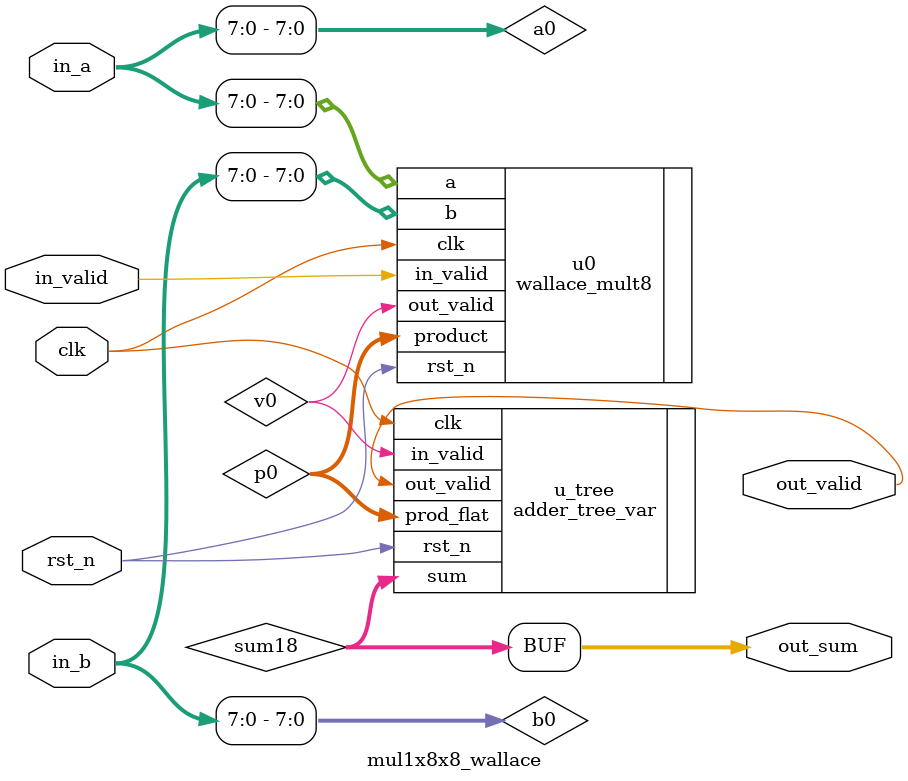
<source format=v>
`timescale 1ns/1ps
(* use_dsp = "no" *)
module mul1x8x8_wallace
(
    input  wire        clk,
    input  wire        rst_n,
    input  wire        in_valid,
    input  wire [31:0] in_a,
    input  wire [31:0] in_b,
    output wire        out_valid,
    output wire [17:0] out_sum
`ifdef DEBUG_PRODUCT
  , output wire [15:0] product         // One for debug
`endif
);

    // -------- Lowest 8 bits----------------------------------
    wire [7:0] a0 = in_a[7:0];
    wire [7:0] b0 = in_b[7:0];

    // -------- 8×8 Wallace ---------------------------
    wire [15:0] p0;
    wire        v0;
    wallace_mult8 u0 (
        .clk(clk), .rst_n(rst_n), .in_valid(in_valid),
        .a(a0), .b(b0), .out_valid(v0), .product(p0)
    );

    // -------- 1-lane adder_tree (pass-through, 2 regs) -----------------
    wire [17:0] sum18;
    adder_tree_var #(
        .LANES (1),       // Switch LANES=1
        .INW   (16),
        .OUTW  (18)
    ) u_tree (
        .clk       (clk),
        .rst_n     (rst_n),
        .in_valid  (v0),
        .prod_flat (p0), 
        .out_valid (out_valid),
        .sum       (sum18)
    );
    assign out_sum = sum18;

`ifdef DEBUG_PRODUCT
    assign product = p0;
`endif
endmodule

</source>
